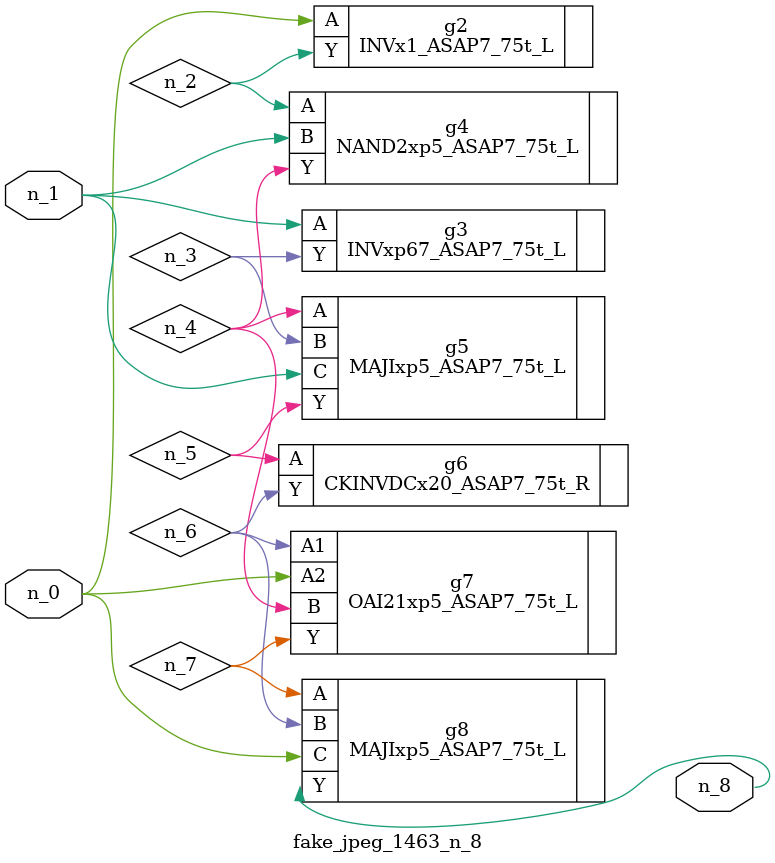
<source format=v>
module fake_jpeg_1463_n_8 (n_0, n_1, n_8);

input n_0;
input n_1;

output n_8;

wire n_3;
wire n_2;
wire n_4;
wire n_6;
wire n_5;
wire n_7;

INVx1_ASAP7_75t_L g2 ( 
.A(n_0),
.Y(n_2)
);

INVxp67_ASAP7_75t_L g3 ( 
.A(n_1),
.Y(n_3)
);

NAND2xp5_ASAP7_75t_L g4 ( 
.A(n_2),
.B(n_1),
.Y(n_4)
);

MAJIxp5_ASAP7_75t_L g5 ( 
.A(n_4),
.B(n_3),
.C(n_1),
.Y(n_5)
);

CKINVDCx20_ASAP7_75t_R g6 ( 
.A(n_5),
.Y(n_6)
);

OAI21xp5_ASAP7_75t_L g7 ( 
.A1(n_6),
.A2(n_0),
.B(n_4),
.Y(n_7)
);

MAJIxp5_ASAP7_75t_L g8 ( 
.A(n_7),
.B(n_6),
.C(n_0),
.Y(n_8)
);


endmodule
</source>
